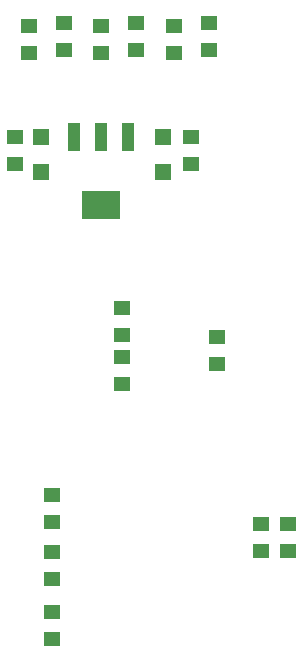
<source format=gbp>
G04*
G04 #@! TF.GenerationSoftware,Altium Limited,Altium Designer,18.1.6 (161)*
G04*
G04 Layer_Color=128*
%FSLAX25Y25*%
%MOIN*%
G70*
G01*
G75*
%ADD56R,0.05500X0.05000*%
%ADD57R,0.05512X0.05512*%
%ADD58R,0.12992X0.09449*%
%ADD59R,0.03937X0.09449*%
D56*
X124793Y280964D02*
D03*
Y289964D02*
D03*
X139272Y177390D02*
D03*
Y186390D02*
D03*
X107480Y196134D02*
D03*
Y187134D02*
D03*
Y170697D02*
D03*
Y179697D02*
D03*
X153839Y114890D02*
D03*
Y123890D02*
D03*
X84134Y105783D02*
D03*
Y114784D02*
D03*
X84134Y124784D02*
D03*
Y133783D02*
D03*
X84134Y85783D02*
D03*
Y94784D02*
D03*
X162894Y123890D02*
D03*
Y114890D02*
D03*
X100613Y280964D02*
D03*
Y289964D02*
D03*
X72047Y253150D02*
D03*
Y244150D02*
D03*
X130413Y244122D02*
D03*
Y253122D02*
D03*
X76433Y289964D02*
D03*
Y280964D02*
D03*
X112253Y290914D02*
D03*
Y281914D02*
D03*
X136433Y290914D02*
D03*
Y281914D02*
D03*
X88073Y290914D02*
D03*
Y281914D02*
D03*
D57*
X121161Y253150D02*
D03*
Y241339D02*
D03*
X80709D02*
D03*
Y253150D02*
D03*
D58*
X100613Y230315D02*
D03*
D59*
X109668Y253150D02*
D03*
X100613D02*
D03*
X91558D02*
D03*
M02*

</source>
